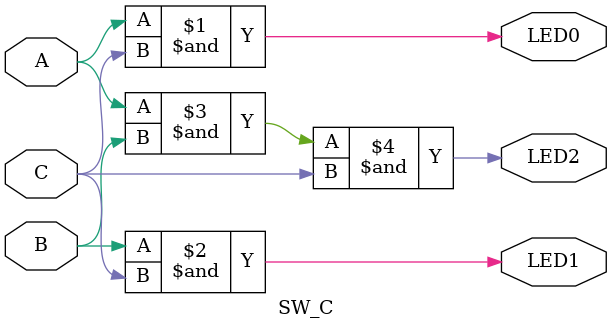
<source format=v>
`timescale 1ns / 1ps


module SW_C(
    input A, B, C,
    output LED0, LED1, LED2
    );
    assign LED0 = A & C; 
    assign LED1 = B & C;
    assign LED2 = A & B & C;
endmodule

</source>
